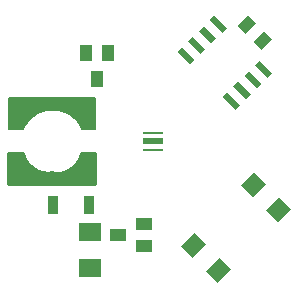
<source format=gtp>
G75*
%MOIN*%
%OFA0B0*%
%FSLAX25Y25*%
%IPPOS*%
%LPD*%
%AMOC8*
5,1,8,0,0,1.08239X$1,22.5*
%
%ADD10R,0.05000X0.05000*%
%ADD11C,0.01200*%
%ADD12C,0.00160*%
%ADD13C,0.00500*%
%ADD14R,0.06693X0.01969*%
%ADD15R,0.06693X0.00984*%
%ADD16R,0.03937X0.05512*%
%ADD17R,0.06299X0.05512*%
%ADD18R,0.05512X0.03937*%
%ADD19R,0.03543X0.06299*%
%ADD20R,0.03543X0.05118*%
%ADD21R,0.02165X0.05906*%
%ADD22R,0.07480X0.06299*%
D10*
X0086061Y0071189D03*
X0086061Y0094811D03*
D11*
X0084093Y0078866D02*
X0088620Y0078866D01*
X0088620Y0068630D01*
X0059880Y0068630D01*
X0059880Y0078866D01*
X0064407Y0078866D01*
X0064770Y0077609D01*
X0065324Y0076424D01*
X0066058Y0075340D01*
X0066951Y0074384D01*
X0067983Y0073580D01*
X0069129Y0072947D01*
X0070359Y0072501D01*
X0071644Y0072253D01*
X0072951Y0072209D01*
X0074250Y0072370D01*
X0075556Y0072162D01*
X0076879Y0072170D01*
X0078182Y0072396D01*
X0079431Y0072832D01*
X0080591Y0073467D01*
X0081631Y0074284D01*
X0082523Y0075261D01*
X0083243Y0076371D01*
X0083771Y0077583D01*
X0084093Y0078866D01*
X0083934Y0078234D02*
X0088620Y0078234D01*
X0088620Y0077036D02*
X0083532Y0077036D01*
X0082897Y0075837D02*
X0088620Y0075837D01*
X0088620Y0074639D02*
X0081955Y0074639D01*
X0080541Y0073440D02*
X0088620Y0073440D01*
X0088620Y0072242D02*
X0077292Y0072242D01*
X0075053Y0072242D02*
X0073218Y0072242D01*
X0071968Y0072242D02*
X0059880Y0072242D01*
X0059880Y0073440D02*
X0068235Y0073440D01*
X0066713Y0074639D02*
X0059880Y0074639D01*
X0059880Y0075837D02*
X0065721Y0075837D01*
X0065038Y0077036D02*
X0059880Y0077036D01*
X0059880Y0078234D02*
X0064589Y0078234D01*
X0059880Y0071043D02*
X0088620Y0071043D01*
X0088620Y0069845D02*
X0059880Y0069845D01*
X0059880Y0068646D02*
X0088620Y0068646D01*
D12*
X0085354Y0087643D02*
X0084027Y0087085D01*
X0083922Y0087323D01*
X0083810Y0087558D01*
X0083694Y0087790D01*
X0083571Y0088019D01*
X0083443Y0088245D01*
X0083309Y0088468D01*
X0083170Y0088688D01*
X0083026Y0088904D01*
X0082876Y0089117D01*
X0082722Y0089326D01*
X0082562Y0089531D01*
X0082397Y0089732D01*
X0082228Y0089929D01*
X0082054Y0090122D01*
X0081875Y0090310D01*
X0081691Y0090494D01*
X0081503Y0090674D01*
X0081311Y0090849D01*
X0081114Y0091019D01*
X0080914Y0091184D01*
X0080709Y0091345D01*
X0080501Y0091500D01*
X0080289Y0091650D01*
X0080073Y0091796D01*
X0079854Y0091935D01*
X0079632Y0092070D01*
X0079406Y0092198D01*
X0079177Y0092322D01*
X0078945Y0092440D01*
X0078711Y0092552D01*
X0078474Y0092658D01*
X0078234Y0092758D01*
X0077992Y0092853D01*
X0077747Y0092942D01*
X0077501Y0093024D01*
X0077253Y0093101D01*
X0077002Y0093171D01*
X0076751Y0093236D01*
X0076497Y0093294D01*
X0076243Y0093346D01*
X0075987Y0093392D01*
X0075730Y0093432D01*
X0075472Y0093465D01*
X0075213Y0093492D01*
X0074954Y0093513D01*
X0074695Y0093527D01*
X0074435Y0093535D01*
X0074175Y0093537D01*
X0073915Y0093532D01*
X0073656Y0093521D01*
X0073396Y0093504D01*
X0073137Y0093480D01*
X0072879Y0093450D01*
X0072622Y0093414D01*
X0072365Y0093372D01*
X0072110Y0093323D01*
X0071856Y0093268D01*
X0071603Y0093207D01*
X0071352Y0093140D01*
X0071103Y0093066D01*
X0070855Y0092987D01*
X0070610Y0092901D01*
X0070367Y0092810D01*
X0070125Y0092713D01*
X0069887Y0092610D01*
X0069651Y0092501D01*
X0069418Y0092386D01*
X0069187Y0092266D01*
X0068960Y0092140D01*
X0068736Y0092008D01*
X0068515Y0091872D01*
X0068297Y0091729D01*
X0068083Y0091582D01*
X0067873Y0091429D01*
X0067666Y0091272D01*
X0067463Y0091109D01*
X0067265Y0090941D01*
X0067070Y0090769D01*
X0066880Y0090592D01*
X0066694Y0090410D01*
X0066512Y0090224D01*
X0066336Y0090033D01*
X0066163Y0089839D01*
X0065996Y0089640D01*
X0065834Y0089437D01*
X0065676Y0089230D01*
X0065524Y0089019D01*
X0065377Y0088805D01*
X0065235Y0088587D01*
X0065099Y0088366D01*
X0064967Y0088142D01*
X0064842Y0087914D01*
X0064722Y0087683D01*
X0064608Y0087450D01*
X0064499Y0087214D01*
X0064396Y0086975D01*
X0063063Y0087518D01*
X0063179Y0087790D01*
X0063302Y0088058D01*
X0063432Y0088323D01*
X0063568Y0088585D01*
X0063710Y0088844D01*
X0063859Y0089099D01*
X0064014Y0089351D01*
X0064175Y0089598D01*
X0064342Y0089842D01*
X0064515Y0090081D01*
X0064693Y0090316D01*
X0064878Y0090547D01*
X0065068Y0090773D01*
X0065263Y0090994D01*
X0065464Y0091211D01*
X0065670Y0091422D01*
X0065881Y0091629D01*
X0066097Y0091830D01*
X0066318Y0092026D01*
X0066543Y0092217D01*
X0066773Y0092402D01*
X0067008Y0092581D01*
X0067247Y0092754D01*
X0067490Y0092922D01*
X0067737Y0093084D01*
X0067988Y0093239D01*
X0068243Y0093389D01*
X0068501Y0093532D01*
X0068763Y0093669D01*
X0069028Y0093799D01*
X0069296Y0093923D01*
X0069567Y0094040D01*
X0069841Y0094151D01*
X0070117Y0094255D01*
X0070396Y0094352D01*
X0070677Y0094442D01*
X0070960Y0094525D01*
X0071245Y0094602D01*
X0071532Y0094671D01*
X0071821Y0094734D01*
X0072111Y0094789D01*
X0072402Y0094837D01*
X0072695Y0094879D01*
X0072988Y0094913D01*
X0073282Y0094939D01*
X0073577Y0094959D01*
X0073872Y0094972D01*
X0074167Y0094977D01*
X0074462Y0094975D01*
X0074757Y0094966D01*
X0075052Y0094949D01*
X0075347Y0094926D01*
X0075640Y0094895D01*
X0075933Y0094857D01*
X0076225Y0094812D01*
X0076516Y0094760D01*
X0076805Y0094701D01*
X0077093Y0094635D01*
X0077379Y0094561D01*
X0077663Y0094481D01*
X0077945Y0094394D01*
X0078225Y0094300D01*
X0078502Y0094199D01*
X0078777Y0094092D01*
X0079050Y0093978D01*
X0079319Y0093857D01*
X0079586Y0093729D01*
X0079849Y0093596D01*
X0080109Y0093455D01*
X0080365Y0093309D01*
X0080618Y0093156D01*
X0080867Y0092997D01*
X0081112Y0092832D01*
X0081352Y0092662D01*
X0081589Y0092485D01*
X0081821Y0092303D01*
X0082049Y0092115D01*
X0082272Y0091921D01*
X0082490Y0091722D01*
X0082704Y0091518D01*
X0082912Y0091309D01*
X0083115Y0091095D01*
X0083313Y0090875D01*
X0083505Y0090651D01*
X0083692Y0090423D01*
X0083874Y0090190D01*
X0084049Y0089952D01*
X0084219Y0089711D01*
X0084383Y0089465D01*
X0084540Y0089215D01*
X0084692Y0088962D01*
X0084837Y0088705D01*
X0084976Y0088444D01*
X0085109Y0088181D01*
X0085235Y0087914D01*
X0085355Y0087644D01*
X0085215Y0087585D01*
X0085097Y0087852D01*
X0084973Y0088115D01*
X0084842Y0088376D01*
X0084704Y0088633D01*
X0084561Y0088887D01*
X0084411Y0089137D01*
X0084256Y0089384D01*
X0084094Y0089626D01*
X0083926Y0089865D01*
X0083753Y0090099D01*
X0083574Y0090329D01*
X0083389Y0090555D01*
X0083199Y0090776D01*
X0083004Y0090993D01*
X0082803Y0091204D01*
X0082598Y0091411D01*
X0082387Y0091612D01*
X0082171Y0091809D01*
X0081951Y0092000D01*
X0081726Y0092185D01*
X0081497Y0092365D01*
X0081263Y0092540D01*
X0081025Y0092708D01*
X0080783Y0092871D01*
X0080538Y0093028D01*
X0080288Y0093179D01*
X0080035Y0093324D01*
X0079778Y0093462D01*
X0079518Y0093594D01*
X0079255Y0093720D01*
X0078989Y0093839D01*
X0078720Y0093952D01*
X0078449Y0094058D01*
X0078175Y0094158D01*
X0077898Y0094250D01*
X0077620Y0094336D01*
X0077339Y0094416D01*
X0077057Y0094488D01*
X0076773Y0094553D01*
X0076487Y0094612D01*
X0076200Y0094663D01*
X0075912Y0094708D01*
X0075623Y0094745D01*
X0075333Y0094775D01*
X0075042Y0094799D01*
X0074751Y0094815D01*
X0074459Y0094824D01*
X0074168Y0094826D01*
X0073876Y0094821D01*
X0073585Y0094808D01*
X0073294Y0094789D01*
X0073004Y0094762D01*
X0072714Y0094729D01*
X0072425Y0094688D01*
X0072138Y0094640D01*
X0071851Y0094586D01*
X0071566Y0094524D01*
X0071283Y0094456D01*
X0071001Y0094380D01*
X0070722Y0094298D01*
X0070444Y0094209D01*
X0070169Y0094113D01*
X0069896Y0094010D01*
X0069625Y0093901D01*
X0069358Y0093785D01*
X0069093Y0093663D01*
X0068832Y0093534D01*
X0068573Y0093399D01*
X0068318Y0093258D01*
X0068067Y0093110D01*
X0067819Y0092957D01*
X0067575Y0092797D01*
X0067335Y0092632D01*
X0067099Y0092460D01*
X0066867Y0092283D01*
X0066640Y0092101D01*
X0066417Y0091912D01*
X0066199Y0091719D01*
X0065986Y0091520D01*
X0065777Y0091316D01*
X0065574Y0091107D01*
X0065376Y0090894D01*
X0065183Y0090675D01*
X0064995Y0090452D01*
X0064813Y0090224D01*
X0064637Y0089992D01*
X0064466Y0089755D01*
X0064301Y0089515D01*
X0064142Y0089271D01*
X0063989Y0089022D01*
X0063842Y0088770D01*
X0063702Y0088515D01*
X0063567Y0088256D01*
X0063439Y0087994D01*
X0063318Y0087729D01*
X0063202Y0087461D01*
X0063342Y0087404D01*
X0063456Y0087669D01*
X0063576Y0087931D01*
X0063702Y0088189D01*
X0063835Y0088445D01*
X0063974Y0088697D01*
X0064119Y0088945D01*
X0064270Y0089190D01*
X0064427Y0089432D01*
X0064590Y0089669D01*
X0064758Y0089903D01*
X0064933Y0090132D01*
X0065112Y0090357D01*
X0065298Y0090577D01*
X0065488Y0090793D01*
X0065684Y0091004D01*
X0065885Y0091210D01*
X0066090Y0091411D01*
X0066301Y0091608D01*
X0066516Y0091799D01*
X0066736Y0091984D01*
X0066961Y0092165D01*
X0067189Y0092339D01*
X0067422Y0092509D01*
X0067659Y0092672D01*
X0067900Y0092830D01*
X0068145Y0092981D01*
X0068393Y0093127D01*
X0068645Y0093266D01*
X0068900Y0093400D01*
X0069158Y0093527D01*
X0069420Y0093647D01*
X0069684Y0093762D01*
X0069951Y0093869D01*
X0070220Y0093971D01*
X0070492Y0094065D01*
X0070766Y0094153D01*
X0071042Y0094235D01*
X0071321Y0094309D01*
X0071600Y0094377D01*
X0071882Y0094438D01*
X0072164Y0094492D01*
X0072448Y0094539D01*
X0072733Y0094579D01*
X0073019Y0094612D01*
X0073306Y0094638D01*
X0073593Y0094658D01*
X0073881Y0094670D01*
X0074169Y0094675D01*
X0074457Y0094673D01*
X0074744Y0094664D01*
X0075032Y0094648D01*
X0075319Y0094625D01*
X0075605Y0094595D01*
X0075890Y0094558D01*
X0076175Y0094514D01*
X0076458Y0094464D01*
X0076740Y0094406D01*
X0077021Y0094341D01*
X0077300Y0094270D01*
X0077577Y0094192D01*
X0077852Y0094107D01*
X0078125Y0094015D01*
X0078395Y0093917D01*
X0078663Y0093812D01*
X0078929Y0093701D01*
X0079192Y0093583D01*
X0079451Y0093459D01*
X0079708Y0093328D01*
X0079961Y0093192D01*
X0080211Y0093049D01*
X0080458Y0092900D01*
X0080700Y0092745D01*
X0080939Y0092585D01*
X0081174Y0092418D01*
X0081405Y0092246D01*
X0081631Y0092068D01*
X0081853Y0091885D01*
X0082071Y0091696D01*
X0082283Y0091502D01*
X0082491Y0091303D01*
X0082694Y0091099D01*
X0082893Y0090891D01*
X0083085Y0090677D01*
X0083273Y0090459D01*
X0083455Y0090236D01*
X0083632Y0090009D01*
X0083803Y0089777D01*
X0083969Y0089542D01*
X0084128Y0089302D01*
X0084282Y0089059D01*
X0084430Y0088812D01*
X0084572Y0088561D01*
X0084707Y0088307D01*
X0084837Y0088050D01*
X0084960Y0087790D01*
X0085076Y0087527D01*
X0084937Y0087468D01*
X0084822Y0087728D01*
X0084700Y0087985D01*
X0084573Y0088239D01*
X0084439Y0088489D01*
X0084299Y0088737D01*
X0084153Y0088980D01*
X0084001Y0089221D01*
X0083844Y0089457D01*
X0083680Y0089690D01*
X0083511Y0089918D01*
X0083337Y0090142D01*
X0083157Y0090362D01*
X0082972Y0090578D01*
X0082781Y0090789D01*
X0082586Y0090995D01*
X0082385Y0091196D01*
X0082180Y0091392D01*
X0081970Y0091584D01*
X0081755Y0091770D01*
X0081536Y0091951D01*
X0081312Y0092126D01*
X0081085Y0092296D01*
X0080853Y0092461D01*
X0080617Y0092619D01*
X0080377Y0092772D01*
X0080134Y0092919D01*
X0079888Y0093060D01*
X0079637Y0093195D01*
X0079384Y0093324D01*
X0079128Y0093446D01*
X0078868Y0093562D01*
X0078606Y0093672D01*
X0078342Y0093776D01*
X0078075Y0093873D01*
X0077805Y0093963D01*
X0077534Y0094047D01*
X0077260Y0094124D01*
X0076985Y0094195D01*
X0076708Y0094258D01*
X0076430Y0094315D01*
X0076150Y0094365D01*
X0075869Y0094409D01*
X0075587Y0094445D01*
X0075305Y0094475D01*
X0075021Y0094497D01*
X0074738Y0094513D01*
X0074454Y0094522D01*
X0074170Y0094524D01*
X0073885Y0094519D01*
X0073602Y0094507D01*
X0073318Y0094488D01*
X0073035Y0094462D01*
X0072753Y0094429D01*
X0072471Y0094390D01*
X0072191Y0094343D01*
X0071912Y0094290D01*
X0071634Y0094230D01*
X0071358Y0094163D01*
X0071084Y0094089D01*
X0070811Y0094009D01*
X0070540Y0093922D01*
X0070272Y0093829D01*
X0070006Y0093729D01*
X0069743Y0093622D01*
X0069482Y0093510D01*
X0069224Y0093391D01*
X0068969Y0093265D01*
X0068717Y0093134D01*
X0068468Y0092996D01*
X0068223Y0092852D01*
X0067982Y0092702D01*
X0067744Y0092547D01*
X0067510Y0092386D01*
X0067280Y0092219D01*
X0067054Y0092046D01*
X0066833Y0091868D01*
X0066616Y0091685D01*
X0066403Y0091496D01*
X0066195Y0091303D01*
X0065992Y0091104D01*
X0065794Y0090900D01*
X0065600Y0090692D01*
X0065412Y0090479D01*
X0065230Y0090261D01*
X0065052Y0090040D01*
X0064880Y0089813D01*
X0064714Y0089583D01*
X0064553Y0089349D01*
X0064398Y0089110D01*
X0064249Y0088869D01*
X0064106Y0088623D01*
X0063969Y0088374D01*
X0063838Y0088122D01*
X0063713Y0087867D01*
X0063594Y0087609D01*
X0063482Y0087347D01*
X0063622Y0087290D01*
X0063733Y0087548D01*
X0063850Y0087803D01*
X0063973Y0088055D01*
X0064102Y0088304D01*
X0064238Y0088549D01*
X0064379Y0088792D01*
X0064526Y0089030D01*
X0064679Y0089265D01*
X0064838Y0089497D01*
X0065002Y0089724D01*
X0065172Y0089947D01*
X0065347Y0090166D01*
X0065527Y0090381D01*
X0065713Y0090591D01*
X0065904Y0090797D01*
X0066099Y0090998D01*
X0066300Y0091194D01*
X0066505Y0091385D01*
X0066715Y0091571D01*
X0066929Y0091752D01*
X0067148Y0091928D01*
X0067371Y0092098D01*
X0067598Y0092263D01*
X0067829Y0092422D01*
X0068063Y0092575D01*
X0068302Y0092723D01*
X0068544Y0092865D01*
X0068789Y0093001D01*
X0069038Y0093131D01*
X0069289Y0093254D01*
X0069544Y0093372D01*
X0069801Y0093483D01*
X0070061Y0093588D01*
X0070324Y0093687D01*
X0070589Y0093779D01*
X0070856Y0093865D01*
X0071125Y0093944D01*
X0071396Y0094017D01*
X0071668Y0094083D01*
X0071942Y0094142D01*
X0072218Y0094195D01*
X0072494Y0094240D01*
X0072772Y0094280D01*
X0073051Y0094312D01*
X0073330Y0094337D01*
X0073610Y0094356D01*
X0073890Y0094368D01*
X0074170Y0094373D01*
X0074451Y0094371D01*
X0074731Y0094362D01*
X0075011Y0094347D01*
X0075291Y0094324D01*
X0075570Y0094295D01*
X0075848Y0094259D01*
X0076125Y0094217D01*
X0076401Y0094167D01*
X0076676Y0094111D01*
X0076949Y0094048D01*
X0077221Y0093978D01*
X0077491Y0093902D01*
X0077759Y0093819D01*
X0078025Y0093730D01*
X0078288Y0093635D01*
X0078549Y0093532D01*
X0078808Y0093424D01*
X0079064Y0093309D01*
X0079317Y0093188D01*
X0079567Y0093061D01*
X0079814Y0092928D01*
X0080057Y0092789D01*
X0080297Y0092644D01*
X0080534Y0092493D01*
X0080767Y0092337D01*
X0080995Y0092174D01*
X0081220Y0092007D01*
X0081441Y0091834D01*
X0081657Y0091655D01*
X0081869Y0091471D01*
X0082076Y0091283D01*
X0082279Y0091089D01*
X0082477Y0090890D01*
X0082670Y0090687D01*
X0082858Y0090478D01*
X0083041Y0090266D01*
X0083218Y0090049D01*
X0083391Y0089827D01*
X0083557Y0089602D01*
X0083719Y0089372D01*
X0083874Y0089139D01*
X0084024Y0088902D01*
X0084168Y0088661D01*
X0084306Y0088417D01*
X0084438Y0088170D01*
X0084564Y0087919D01*
X0084684Y0087666D01*
X0084798Y0087409D01*
X0084659Y0087351D01*
X0084546Y0087604D01*
X0084428Y0087854D01*
X0084304Y0088101D01*
X0084173Y0088345D01*
X0084037Y0088586D01*
X0083895Y0088824D01*
X0083747Y0089058D01*
X0083593Y0089288D01*
X0083434Y0089514D01*
X0083270Y0089737D01*
X0083100Y0089955D01*
X0082924Y0090169D01*
X0082744Y0090379D01*
X0082559Y0090585D01*
X0082368Y0090785D01*
X0082173Y0090981D01*
X0081973Y0091173D01*
X0081768Y0091359D01*
X0081559Y0091540D01*
X0081346Y0091716D01*
X0081128Y0091887D01*
X0080906Y0092053D01*
X0080680Y0092213D01*
X0080451Y0092367D01*
X0080217Y0092516D01*
X0079980Y0092659D01*
X0079740Y0092796D01*
X0079497Y0092928D01*
X0079250Y0093053D01*
X0079000Y0093172D01*
X0078748Y0093286D01*
X0078492Y0093393D01*
X0078235Y0093493D01*
X0077975Y0093588D01*
X0077712Y0093676D01*
X0077448Y0093757D01*
X0077181Y0093833D01*
X0076913Y0093901D01*
X0076644Y0093963D01*
X0076372Y0094019D01*
X0076100Y0094068D01*
X0075827Y0094110D01*
X0075552Y0094145D01*
X0075277Y0094174D01*
X0075001Y0094196D01*
X0074725Y0094211D01*
X0074448Y0094220D01*
X0074171Y0094222D01*
X0073895Y0094217D01*
X0073618Y0094205D01*
X0073342Y0094187D01*
X0073066Y0094162D01*
X0072791Y0094130D01*
X0072517Y0094091D01*
X0072244Y0094046D01*
X0071973Y0093994D01*
X0071702Y0093936D01*
X0071433Y0093870D01*
X0071166Y0093799D01*
X0070900Y0093721D01*
X0070637Y0093636D01*
X0070375Y0093545D01*
X0070116Y0093448D01*
X0069860Y0093344D01*
X0069606Y0093234D01*
X0069355Y0093118D01*
X0069106Y0092996D01*
X0068861Y0092868D01*
X0068619Y0092734D01*
X0068380Y0092594D01*
X0068145Y0092448D01*
X0067913Y0092297D01*
X0067685Y0092140D01*
X0067461Y0091977D01*
X0067241Y0091809D01*
X0067026Y0091636D01*
X0066814Y0091457D01*
X0066607Y0091274D01*
X0066405Y0091085D01*
X0066207Y0090892D01*
X0066014Y0090693D01*
X0065825Y0090491D01*
X0065642Y0090283D01*
X0065464Y0090071D01*
X0065291Y0089855D01*
X0065124Y0089635D01*
X0064962Y0089410D01*
X0064805Y0089182D01*
X0064654Y0088950D01*
X0064509Y0088715D01*
X0064369Y0088476D01*
X0064236Y0088233D01*
X0064108Y0087988D01*
X0063987Y0087739D01*
X0063871Y0087488D01*
X0063762Y0087234D01*
X0063902Y0087177D01*
X0064010Y0087427D01*
X0064124Y0087675D01*
X0064244Y0087921D01*
X0064369Y0088163D01*
X0064501Y0088402D01*
X0064639Y0088638D01*
X0064782Y0088870D01*
X0064931Y0089099D01*
X0065086Y0089324D01*
X0065246Y0089546D01*
X0065411Y0089763D01*
X0065581Y0089976D01*
X0065757Y0090185D01*
X0065938Y0090390D01*
X0066124Y0090590D01*
X0066314Y0090786D01*
X0066509Y0090976D01*
X0066709Y0091162D01*
X0066913Y0091344D01*
X0067122Y0091520D01*
X0067335Y0091691D01*
X0067552Y0091856D01*
X0067773Y0092017D01*
X0067998Y0092172D01*
X0068226Y0092321D01*
X0068458Y0092465D01*
X0068694Y0092603D01*
X0068933Y0092735D01*
X0069175Y0092862D01*
X0069420Y0092982D01*
X0069668Y0093097D01*
X0069918Y0093205D01*
X0070172Y0093307D01*
X0070427Y0093403D01*
X0070685Y0093493D01*
X0070945Y0093576D01*
X0071207Y0093654D01*
X0071471Y0093724D01*
X0071736Y0093788D01*
X0072003Y0093846D01*
X0072271Y0093897D01*
X0072540Y0093942D01*
X0072811Y0093980D01*
X0073082Y0094011D01*
X0073354Y0094036D01*
X0073626Y0094054D01*
X0073899Y0094066D01*
X0074172Y0094071D01*
X0074445Y0094069D01*
X0074718Y0094061D01*
X0074991Y0094045D01*
X0075263Y0094024D01*
X0075534Y0093995D01*
X0075805Y0093960D01*
X0076075Y0093919D01*
X0076344Y0093871D01*
X0076611Y0093816D01*
X0076877Y0093755D01*
X0077142Y0093687D01*
X0077405Y0093613D01*
X0077666Y0093532D01*
X0077924Y0093445D01*
X0078181Y0093352D01*
X0078435Y0093253D01*
X0078687Y0093147D01*
X0078936Y0093036D01*
X0079183Y0092918D01*
X0079426Y0092794D01*
X0079666Y0092665D01*
X0079904Y0092529D01*
X0080137Y0092388D01*
X0080367Y0092241D01*
X0080594Y0092089D01*
X0080817Y0091931D01*
X0081036Y0091768D01*
X0081250Y0091599D01*
X0081461Y0091425D01*
X0081667Y0091247D01*
X0081869Y0091063D01*
X0082067Y0090874D01*
X0082259Y0090681D01*
X0082447Y0090482D01*
X0082630Y0090280D01*
X0082808Y0090073D01*
X0082981Y0089862D01*
X0083149Y0089646D01*
X0083311Y0089427D01*
X0083468Y0089203D01*
X0083620Y0088976D01*
X0083766Y0088745D01*
X0083906Y0088511D01*
X0084041Y0088273D01*
X0084169Y0088033D01*
X0084292Y0087789D01*
X0084409Y0087542D01*
X0084519Y0087292D01*
X0084380Y0087234D01*
X0084271Y0087480D01*
X0084156Y0087723D01*
X0084035Y0087964D01*
X0083908Y0088202D01*
X0083775Y0088436D01*
X0083637Y0088667D01*
X0083493Y0088895D01*
X0083343Y0089119D01*
X0083188Y0089339D01*
X0083028Y0089556D01*
X0082863Y0089768D01*
X0082692Y0089976D01*
X0082516Y0090181D01*
X0082336Y0090380D01*
X0082151Y0090576D01*
X0081960Y0090767D01*
X0081766Y0090953D01*
X0081567Y0091134D01*
X0081363Y0091310D01*
X0081155Y0091482D01*
X0080943Y0091648D01*
X0080727Y0091809D01*
X0080508Y0091965D01*
X0080284Y0092115D01*
X0080057Y0092260D01*
X0079827Y0092399D01*
X0079593Y0092533D01*
X0079356Y0092661D01*
X0079116Y0092783D01*
X0078873Y0092899D01*
X0078627Y0093009D01*
X0078378Y0093113D01*
X0078128Y0093211D01*
X0077874Y0093303D01*
X0077619Y0093389D01*
X0077362Y0093468D01*
X0077102Y0093541D01*
X0076842Y0093608D01*
X0076579Y0093668D01*
X0076315Y0093722D01*
X0076050Y0093770D01*
X0075784Y0093811D01*
X0075517Y0093845D01*
X0075249Y0093873D01*
X0074980Y0093895D01*
X0074712Y0093910D01*
X0074442Y0093918D01*
X0074173Y0093920D01*
X0073904Y0093915D01*
X0073635Y0093904D01*
X0073366Y0093886D01*
X0073098Y0093861D01*
X0072830Y0093830D01*
X0072563Y0093793D01*
X0072298Y0093749D01*
X0072033Y0093698D01*
X0071770Y0093641D01*
X0071508Y0093578D01*
X0071248Y0093508D01*
X0070990Y0093432D01*
X0070733Y0093350D01*
X0070479Y0093261D01*
X0070227Y0093167D01*
X0069977Y0093066D01*
X0069730Y0092959D01*
X0069485Y0092846D01*
X0069243Y0092727D01*
X0069005Y0092602D01*
X0068769Y0092472D01*
X0068537Y0092336D01*
X0068308Y0092194D01*
X0068082Y0092047D01*
X0067861Y0091894D01*
X0067643Y0091736D01*
X0067429Y0091572D01*
X0067219Y0091404D01*
X0067013Y0091230D01*
X0066811Y0091051D01*
X0066614Y0090868D01*
X0066421Y0090679D01*
X0066234Y0090486D01*
X0066050Y0090289D01*
X0065872Y0090087D01*
X0065699Y0089881D01*
X0065530Y0089671D01*
X0065367Y0089456D01*
X0065210Y0089238D01*
X0065057Y0089016D01*
X0064910Y0088790D01*
X0064769Y0088561D01*
X0064633Y0088328D01*
X0064503Y0088093D01*
X0064379Y0087854D01*
X0064260Y0087612D01*
X0064148Y0087367D01*
X0064041Y0087120D01*
X0064181Y0087063D01*
X0064286Y0087307D01*
X0064397Y0087548D01*
X0064514Y0087786D01*
X0064637Y0088022D01*
X0064765Y0088255D01*
X0064899Y0088484D01*
X0065038Y0088710D01*
X0065183Y0088933D01*
X0065334Y0089152D01*
X0065489Y0089367D01*
X0065650Y0089578D01*
X0065816Y0089786D01*
X0065987Y0089989D01*
X0066163Y0090188D01*
X0066343Y0090383D01*
X0066529Y0090573D01*
X0066719Y0090759D01*
X0066913Y0090940D01*
X0067112Y0091116D01*
X0067315Y0091287D01*
X0067522Y0091454D01*
X0067733Y0091615D01*
X0067948Y0091771D01*
X0068167Y0091922D01*
X0068389Y0092067D01*
X0068615Y0092207D01*
X0068844Y0092341D01*
X0069077Y0092470D01*
X0069312Y0092593D01*
X0069551Y0092710D01*
X0069792Y0092821D01*
X0070035Y0092927D01*
X0070282Y0093026D01*
X0070530Y0093119D01*
X0070781Y0093207D01*
X0071034Y0093288D01*
X0071289Y0093363D01*
X0071546Y0093432D01*
X0071804Y0093494D01*
X0072063Y0093550D01*
X0072324Y0093600D01*
X0072586Y0093643D01*
X0072849Y0093680D01*
X0073113Y0093711D01*
X0073378Y0093735D01*
X0073643Y0093753D01*
X0073908Y0093764D01*
X0074174Y0093769D01*
X0074439Y0093767D01*
X0074705Y0093759D01*
X0074970Y0093744D01*
X0075235Y0093723D01*
X0075499Y0093695D01*
X0075763Y0093661D01*
X0076025Y0093621D01*
X0076287Y0093574D01*
X0076547Y0093521D01*
X0076806Y0093461D01*
X0077063Y0093395D01*
X0077319Y0093323D01*
X0077572Y0093245D01*
X0077824Y0093160D01*
X0078074Y0093070D01*
X0078321Y0092973D01*
X0078566Y0092870D01*
X0078809Y0092762D01*
X0079048Y0092647D01*
X0079285Y0092527D01*
X0079519Y0092401D01*
X0079750Y0092269D01*
X0079977Y0092132D01*
X0080201Y0091989D01*
X0080421Y0091841D01*
X0080638Y0091687D01*
X0080851Y0091529D01*
X0081060Y0091365D01*
X0081265Y0091196D01*
X0081466Y0091022D01*
X0081662Y0090843D01*
X0081854Y0090659D01*
X0082042Y0090471D01*
X0082225Y0090278D01*
X0082403Y0090081D01*
X0082576Y0089880D01*
X0082744Y0089674D01*
X0082907Y0089465D01*
X0083065Y0089251D01*
X0083218Y0089034D01*
X0083366Y0088813D01*
X0083508Y0088589D01*
X0083644Y0088361D01*
X0083775Y0088130D01*
X0083900Y0087895D01*
X0084020Y0087658D01*
X0084133Y0087418D01*
X0084241Y0087175D01*
X0084102Y0087117D01*
X0083996Y0087356D01*
X0083884Y0087593D01*
X0083766Y0087827D01*
X0083642Y0088058D01*
X0083513Y0088286D01*
X0083379Y0088510D01*
X0083238Y0088732D01*
X0083093Y0088950D01*
X0082942Y0089164D01*
X0082787Y0089374D01*
X0082626Y0089581D01*
X0082460Y0089784D01*
X0082289Y0089982D01*
X0082113Y0090176D01*
X0081933Y0090366D01*
X0081748Y0090552D01*
X0081559Y0090733D01*
X0081365Y0090909D01*
X0081167Y0091081D01*
X0080965Y0091247D01*
X0080759Y0091409D01*
X0080549Y0091566D01*
X0080335Y0091717D01*
X0080118Y0091863D01*
X0079897Y0092004D01*
X0079673Y0092139D01*
X0079445Y0092269D01*
X0079215Y0092393D01*
X0078981Y0092512D01*
X0078745Y0092625D01*
X0078506Y0092732D01*
X0078264Y0092833D01*
X0078020Y0092929D01*
X0077774Y0093018D01*
X0077526Y0093101D01*
X0077276Y0093179D01*
X0077024Y0093250D01*
X0076770Y0093315D01*
X0076515Y0093373D01*
X0076258Y0093426D01*
X0076000Y0093472D01*
X0075741Y0093512D01*
X0075481Y0093545D01*
X0075221Y0093573D01*
X0074960Y0093594D01*
X0074698Y0093608D01*
X0074437Y0093616D01*
X0074175Y0093618D01*
X0073913Y0093613D01*
X0073651Y0093602D01*
X0073390Y0093585D01*
X0073129Y0093561D01*
X0072869Y0093531D01*
X0072609Y0093494D01*
X0072351Y0093451D01*
X0072094Y0093402D01*
X0071838Y0093347D01*
X0071583Y0093285D01*
X0071330Y0093218D01*
X0071079Y0093144D01*
X0070829Y0093064D01*
X0070582Y0092978D01*
X0070337Y0092885D01*
X0070094Y0092787D01*
X0069854Y0092683D01*
X0069616Y0092574D01*
X0069381Y0092458D01*
X0069149Y0092337D01*
X0068919Y0092210D01*
X0068694Y0092078D01*
X0068471Y0091940D01*
X0068252Y0091796D01*
X0068036Y0091648D01*
X0067824Y0091494D01*
X0067616Y0091335D01*
X0067411Y0091171D01*
X0067211Y0091002D01*
X0067015Y0090829D01*
X0066824Y0090650D01*
X0066636Y0090467D01*
X0066453Y0090279D01*
X0066275Y0090087D01*
X0066102Y0089891D01*
X0065933Y0089691D01*
X0065770Y0089486D01*
X0065611Y0089278D01*
X0065458Y0089066D01*
X0065309Y0088850D01*
X0065166Y0088630D01*
X0065029Y0088407D01*
X0064897Y0088181D01*
X0064770Y0087952D01*
X0064649Y0087719D01*
X0064534Y0087484D01*
X0064425Y0087246D01*
X0064321Y0087006D01*
X0063146Y0078357D02*
X0064473Y0078915D01*
X0064578Y0078677D01*
X0064690Y0078442D01*
X0064806Y0078210D01*
X0064929Y0077981D01*
X0065057Y0077755D01*
X0065191Y0077532D01*
X0065330Y0077312D01*
X0065474Y0077096D01*
X0065624Y0076883D01*
X0065778Y0076674D01*
X0065938Y0076469D01*
X0066103Y0076268D01*
X0066272Y0076071D01*
X0066446Y0075878D01*
X0066625Y0075690D01*
X0066809Y0075506D01*
X0066997Y0075326D01*
X0067189Y0075151D01*
X0067386Y0074981D01*
X0067586Y0074816D01*
X0067791Y0074655D01*
X0067999Y0074500D01*
X0068211Y0074350D01*
X0068427Y0074204D01*
X0068646Y0074065D01*
X0068868Y0073930D01*
X0069094Y0073802D01*
X0069323Y0073678D01*
X0069555Y0073560D01*
X0069789Y0073448D01*
X0070026Y0073342D01*
X0070266Y0073242D01*
X0070508Y0073147D01*
X0070753Y0073058D01*
X0070999Y0072976D01*
X0071247Y0072899D01*
X0071498Y0072829D01*
X0071749Y0072764D01*
X0072003Y0072706D01*
X0072257Y0072654D01*
X0072513Y0072608D01*
X0072770Y0072568D01*
X0073028Y0072535D01*
X0073287Y0072508D01*
X0073546Y0072487D01*
X0073805Y0072473D01*
X0074065Y0072465D01*
X0074325Y0072463D01*
X0074585Y0072468D01*
X0074844Y0072479D01*
X0075104Y0072496D01*
X0075363Y0072520D01*
X0075621Y0072550D01*
X0075878Y0072586D01*
X0076135Y0072628D01*
X0076390Y0072677D01*
X0076644Y0072732D01*
X0076897Y0072793D01*
X0077148Y0072860D01*
X0077397Y0072934D01*
X0077645Y0073013D01*
X0077890Y0073099D01*
X0078133Y0073190D01*
X0078375Y0073287D01*
X0078613Y0073390D01*
X0078849Y0073499D01*
X0079082Y0073614D01*
X0079313Y0073734D01*
X0079540Y0073860D01*
X0079764Y0073992D01*
X0079985Y0074128D01*
X0080203Y0074271D01*
X0080417Y0074418D01*
X0080627Y0074571D01*
X0080834Y0074728D01*
X0081037Y0074891D01*
X0081235Y0075059D01*
X0081430Y0075231D01*
X0081620Y0075408D01*
X0081806Y0075590D01*
X0081988Y0075776D01*
X0082164Y0075967D01*
X0082337Y0076161D01*
X0082504Y0076360D01*
X0082666Y0076563D01*
X0082824Y0076770D01*
X0082976Y0076981D01*
X0083123Y0077195D01*
X0083265Y0077413D01*
X0083401Y0077634D01*
X0083533Y0077858D01*
X0083658Y0078086D01*
X0083778Y0078317D01*
X0083892Y0078550D01*
X0084001Y0078786D01*
X0084104Y0079025D01*
X0085437Y0078482D01*
X0085321Y0078210D01*
X0085198Y0077942D01*
X0085068Y0077677D01*
X0084932Y0077415D01*
X0084790Y0077156D01*
X0084641Y0076901D01*
X0084486Y0076649D01*
X0084325Y0076402D01*
X0084158Y0076158D01*
X0083985Y0075919D01*
X0083807Y0075684D01*
X0083622Y0075453D01*
X0083432Y0075227D01*
X0083237Y0075006D01*
X0083036Y0074789D01*
X0082830Y0074578D01*
X0082619Y0074371D01*
X0082403Y0074170D01*
X0082182Y0073974D01*
X0081957Y0073783D01*
X0081727Y0073598D01*
X0081492Y0073419D01*
X0081253Y0073246D01*
X0081010Y0073078D01*
X0080763Y0072916D01*
X0080512Y0072761D01*
X0080257Y0072611D01*
X0079999Y0072468D01*
X0079737Y0072331D01*
X0079472Y0072201D01*
X0079204Y0072077D01*
X0078933Y0071960D01*
X0078659Y0071849D01*
X0078383Y0071745D01*
X0078104Y0071648D01*
X0077823Y0071558D01*
X0077540Y0071475D01*
X0077255Y0071398D01*
X0076968Y0071329D01*
X0076679Y0071266D01*
X0076389Y0071211D01*
X0076098Y0071163D01*
X0075805Y0071121D01*
X0075512Y0071087D01*
X0075218Y0071061D01*
X0074923Y0071041D01*
X0074628Y0071028D01*
X0074333Y0071023D01*
X0074038Y0071025D01*
X0073743Y0071034D01*
X0073448Y0071051D01*
X0073153Y0071074D01*
X0072860Y0071105D01*
X0072567Y0071143D01*
X0072275Y0071188D01*
X0071984Y0071240D01*
X0071695Y0071299D01*
X0071407Y0071365D01*
X0071121Y0071439D01*
X0070837Y0071519D01*
X0070555Y0071606D01*
X0070275Y0071700D01*
X0069998Y0071801D01*
X0069723Y0071908D01*
X0069450Y0072022D01*
X0069181Y0072143D01*
X0068914Y0072271D01*
X0068651Y0072404D01*
X0068391Y0072545D01*
X0068135Y0072691D01*
X0067882Y0072844D01*
X0067633Y0073003D01*
X0067388Y0073168D01*
X0067148Y0073338D01*
X0066911Y0073515D01*
X0066679Y0073697D01*
X0066451Y0073885D01*
X0066228Y0074079D01*
X0066010Y0074278D01*
X0065796Y0074482D01*
X0065588Y0074691D01*
X0065385Y0074905D01*
X0065187Y0075125D01*
X0064995Y0075349D01*
X0064808Y0075577D01*
X0064626Y0075810D01*
X0064451Y0076048D01*
X0064281Y0076289D01*
X0064117Y0076535D01*
X0063960Y0076785D01*
X0063808Y0077038D01*
X0063663Y0077295D01*
X0063524Y0077556D01*
X0063391Y0077819D01*
X0063265Y0078086D01*
X0063145Y0078356D01*
X0063285Y0078415D01*
X0063403Y0078148D01*
X0063527Y0077885D01*
X0063658Y0077624D01*
X0063796Y0077367D01*
X0063939Y0077113D01*
X0064089Y0076863D01*
X0064244Y0076616D01*
X0064406Y0076374D01*
X0064574Y0076135D01*
X0064747Y0075901D01*
X0064926Y0075671D01*
X0065111Y0075445D01*
X0065301Y0075224D01*
X0065496Y0075007D01*
X0065697Y0074796D01*
X0065902Y0074589D01*
X0066113Y0074388D01*
X0066329Y0074191D01*
X0066549Y0074000D01*
X0066774Y0073815D01*
X0067003Y0073635D01*
X0067237Y0073460D01*
X0067475Y0073292D01*
X0067717Y0073129D01*
X0067962Y0072972D01*
X0068212Y0072821D01*
X0068465Y0072676D01*
X0068722Y0072538D01*
X0068982Y0072406D01*
X0069245Y0072280D01*
X0069511Y0072161D01*
X0069780Y0072048D01*
X0070051Y0071942D01*
X0070325Y0071842D01*
X0070602Y0071750D01*
X0070880Y0071664D01*
X0071161Y0071584D01*
X0071443Y0071512D01*
X0071727Y0071447D01*
X0072013Y0071388D01*
X0072300Y0071337D01*
X0072588Y0071292D01*
X0072877Y0071255D01*
X0073167Y0071225D01*
X0073458Y0071201D01*
X0073749Y0071185D01*
X0074041Y0071176D01*
X0074332Y0071174D01*
X0074624Y0071179D01*
X0074915Y0071192D01*
X0075206Y0071211D01*
X0075496Y0071238D01*
X0075786Y0071271D01*
X0076075Y0071312D01*
X0076362Y0071360D01*
X0076649Y0071414D01*
X0076934Y0071476D01*
X0077217Y0071544D01*
X0077499Y0071620D01*
X0077778Y0071702D01*
X0078056Y0071791D01*
X0078331Y0071887D01*
X0078604Y0071990D01*
X0078875Y0072099D01*
X0079142Y0072215D01*
X0079407Y0072337D01*
X0079668Y0072466D01*
X0079927Y0072601D01*
X0080182Y0072742D01*
X0080433Y0072890D01*
X0080681Y0073043D01*
X0080925Y0073203D01*
X0081165Y0073368D01*
X0081401Y0073540D01*
X0081633Y0073717D01*
X0081860Y0073899D01*
X0082083Y0074088D01*
X0082301Y0074281D01*
X0082514Y0074480D01*
X0082723Y0074684D01*
X0082926Y0074893D01*
X0083124Y0075106D01*
X0083317Y0075325D01*
X0083505Y0075548D01*
X0083687Y0075776D01*
X0083863Y0076008D01*
X0084034Y0076245D01*
X0084199Y0076485D01*
X0084358Y0076729D01*
X0084511Y0076978D01*
X0084658Y0077230D01*
X0084798Y0077485D01*
X0084933Y0077744D01*
X0085061Y0078006D01*
X0085182Y0078271D01*
X0085298Y0078539D01*
X0085158Y0078596D01*
X0085044Y0078331D01*
X0084924Y0078069D01*
X0084798Y0077811D01*
X0084665Y0077555D01*
X0084526Y0077303D01*
X0084381Y0077055D01*
X0084230Y0076810D01*
X0084073Y0076568D01*
X0083910Y0076331D01*
X0083742Y0076097D01*
X0083567Y0075868D01*
X0083388Y0075643D01*
X0083202Y0075423D01*
X0083012Y0075207D01*
X0082816Y0074996D01*
X0082615Y0074790D01*
X0082410Y0074589D01*
X0082199Y0074392D01*
X0081984Y0074201D01*
X0081764Y0074016D01*
X0081539Y0073835D01*
X0081311Y0073661D01*
X0081078Y0073491D01*
X0080841Y0073328D01*
X0080600Y0073170D01*
X0080355Y0073019D01*
X0080107Y0072873D01*
X0079855Y0072734D01*
X0079600Y0072600D01*
X0079342Y0072473D01*
X0079080Y0072353D01*
X0078816Y0072238D01*
X0078549Y0072131D01*
X0078280Y0072029D01*
X0078008Y0071935D01*
X0077734Y0071847D01*
X0077458Y0071765D01*
X0077179Y0071691D01*
X0076900Y0071623D01*
X0076618Y0071562D01*
X0076336Y0071508D01*
X0076052Y0071461D01*
X0075767Y0071421D01*
X0075481Y0071388D01*
X0075194Y0071362D01*
X0074907Y0071342D01*
X0074619Y0071330D01*
X0074331Y0071325D01*
X0074043Y0071327D01*
X0073756Y0071336D01*
X0073468Y0071352D01*
X0073181Y0071375D01*
X0072895Y0071405D01*
X0072610Y0071442D01*
X0072325Y0071486D01*
X0072042Y0071536D01*
X0071760Y0071594D01*
X0071479Y0071659D01*
X0071200Y0071730D01*
X0070923Y0071808D01*
X0070648Y0071893D01*
X0070375Y0071985D01*
X0070105Y0072083D01*
X0069837Y0072188D01*
X0069571Y0072299D01*
X0069308Y0072417D01*
X0069049Y0072541D01*
X0068792Y0072672D01*
X0068539Y0072808D01*
X0068289Y0072951D01*
X0068042Y0073100D01*
X0067800Y0073255D01*
X0067561Y0073415D01*
X0067326Y0073582D01*
X0067095Y0073754D01*
X0066869Y0073932D01*
X0066647Y0074115D01*
X0066429Y0074304D01*
X0066217Y0074498D01*
X0066009Y0074697D01*
X0065806Y0074901D01*
X0065607Y0075109D01*
X0065415Y0075323D01*
X0065227Y0075541D01*
X0065045Y0075764D01*
X0064868Y0075991D01*
X0064697Y0076223D01*
X0064531Y0076458D01*
X0064372Y0076698D01*
X0064218Y0076941D01*
X0064070Y0077188D01*
X0063928Y0077439D01*
X0063793Y0077693D01*
X0063663Y0077950D01*
X0063540Y0078210D01*
X0063424Y0078473D01*
X0063563Y0078532D01*
X0063678Y0078272D01*
X0063800Y0078015D01*
X0063927Y0077761D01*
X0064061Y0077511D01*
X0064201Y0077263D01*
X0064347Y0077020D01*
X0064499Y0076779D01*
X0064656Y0076543D01*
X0064820Y0076310D01*
X0064989Y0076082D01*
X0065163Y0075858D01*
X0065343Y0075638D01*
X0065528Y0075422D01*
X0065719Y0075211D01*
X0065914Y0075005D01*
X0066115Y0074804D01*
X0066320Y0074608D01*
X0066530Y0074416D01*
X0066745Y0074230D01*
X0066964Y0074049D01*
X0067188Y0073874D01*
X0067415Y0073704D01*
X0067647Y0073539D01*
X0067883Y0073381D01*
X0068123Y0073228D01*
X0068366Y0073081D01*
X0068612Y0072940D01*
X0068863Y0072805D01*
X0069116Y0072676D01*
X0069372Y0072554D01*
X0069632Y0072438D01*
X0069894Y0072328D01*
X0070158Y0072224D01*
X0070425Y0072127D01*
X0070695Y0072037D01*
X0070966Y0071953D01*
X0071240Y0071876D01*
X0071515Y0071805D01*
X0071792Y0071742D01*
X0072070Y0071685D01*
X0072350Y0071635D01*
X0072631Y0071591D01*
X0072913Y0071555D01*
X0073195Y0071525D01*
X0073479Y0071503D01*
X0073762Y0071487D01*
X0074046Y0071478D01*
X0074330Y0071476D01*
X0074615Y0071481D01*
X0074898Y0071493D01*
X0075182Y0071512D01*
X0075465Y0071538D01*
X0075747Y0071571D01*
X0076029Y0071610D01*
X0076309Y0071657D01*
X0076588Y0071710D01*
X0076866Y0071770D01*
X0077142Y0071837D01*
X0077416Y0071911D01*
X0077689Y0071991D01*
X0077960Y0072078D01*
X0078228Y0072171D01*
X0078494Y0072271D01*
X0078757Y0072378D01*
X0079018Y0072490D01*
X0079276Y0072609D01*
X0079531Y0072735D01*
X0079783Y0072866D01*
X0080032Y0073004D01*
X0080277Y0073148D01*
X0080518Y0073298D01*
X0080756Y0073453D01*
X0080990Y0073614D01*
X0081220Y0073781D01*
X0081446Y0073954D01*
X0081667Y0074132D01*
X0081884Y0074315D01*
X0082097Y0074504D01*
X0082305Y0074697D01*
X0082508Y0074896D01*
X0082706Y0075100D01*
X0082900Y0075308D01*
X0083088Y0075521D01*
X0083270Y0075739D01*
X0083448Y0075960D01*
X0083620Y0076187D01*
X0083786Y0076417D01*
X0083947Y0076651D01*
X0084102Y0076890D01*
X0084251Y0077131D01*
X0084394Y0077377D01*
X0084531Y0077626D01*
X0084662Y0077878D01*
X0084787Y0078133D01*
X0084906Y0078391D01*
X0085018Y0078653D01*
X0084878Y0078710D01*
X0084767Y0078452D01*
X0084650Y0078197D01*
X0084527Y0077945D01*
X0084398Y0077696D01*
X0084262Y0077451D01*
X0084121Y0077208D01*
X0083974Y0076970D01*
X0083821Y0076735D01*
X0083662Y0076503D01*
X0083498Y0076276D01*
X0083328Y0076053D01*
X0083153Y0075834D01*
X0082973Y0075619D01*
X0082787Y0075409D01*
X0082596Y0075203D01*
X0082401Y0075002D01*
X0082200Y0074806D01*
X0081995Y0074615D01*
X0081785Y0074429D01*
X0081571Y0074248D01*
X0081352Y0074072D01*
X0081129Y0073902D01*
X0080902Y0073737D01*
X0080671Y0073578D01*
X0080437Y0073425D01*
X0080198Y0073277D01*
X0079956Y0073135D01*
X0079711Y0072999D01*
X0079462Y0072869D01*
X0079211Y0072746D01*
X0078956Y0072628D01*
X0078699Y0072517D01*
X0078439Y0072412D01*
X0078176Y0072313D01*
X0077911Y0072221D01*
X0077644Y0072135D01*
X0077375Y0072056D01*
X0077104Y0071983D01*
X0076832Y0071917D01*
X0076558Y0071858D01*
X0076282Y0071805D01*
X0076006Y0071760D01*
X0075728Y0071720D01*
X0075449Y0071688D01*
X0075170Y0071663D01*
X0074890Y0071644D01*
X0074610Y0071632D01*
X0074330Y0071627D01*
X0074049Y0071629D01*
X0073769Y0071638D01*
X0073489Y0071653D01*
X0073209Y0071676D01*
X0072930Y0071705D01*
X0072652Y0071741D01*
X0072375Y0071783D01*
X0072099Y0071833D01*
X0071824Y0071889D01*
X0071551Y0071952D01*
X0071279Y0072022D01*
X0071009Y0072098D01*
X0070741Y0072181D01*
X0070475Y0072270D01*
X0070212Y0072365D01*
X0069951Y0072468D01*
X0069692Y0072576D01*
X0069436Y0072691D01*
X0069183Y0072812D01*
X0068933Y0072939D01*
X0068686Y0073072D01*
X0068443Y0073211D01*
X0068203Y0073356D01*
X0067966Y0073507D01*
X0067733Y0073663D01*
X0067505Y0073826D01*
X0067280Y0073993D01*
X0067059Y0074166D01*
X0066843Y0074345D01*
X0066631Y0074529D01*
X0066424Y0074717D01*
X0066221Y0074911D01*
X0066023Y0075110D01*
X0065830Y0075313D01*
X0065642Y0075522D01*
X0065459Y0075734D01*
X0065282Y0075951D01*
X0065109Y0076173D01*
X0064943Y0076398D01*
X0064781Y0076628D01*
X0064626Y0076861D01*
X0064476Y0077098D01*
X0064332Y0077339D01*
X0064194Y0077583D01*
X0064062Y0077830D01*
X0063936Y0078081D01*
X0063816Y0078334D01*
X0063702Y0078591D01*
X0063841Y0078649D01*
X0063954Y0078396D01*
X0064072Y0078146D01*
X0064196Y0077899D01*
X0064327Y0077655D01*
X0064463Y0077414D01*
X0064605Y0077176D01*
X0064753Y0076942D01*
X0064907Y0076712D01*
X0065066Y0076486D01*
X0065230Y0076263D01*
X0065400Y0076045D01*
X0065576Y0075831D01*
X0065756Y0075621D01*
X0065941Y0075415D01*
X0066132Y0075215D01*
X0066327Y0075019D01*
X0066527Y0074827D01*
X0066732Y0074641D01*
X0066941Y0074460D01*
X0067154Y0074284D01*
X0067372Y0074113D01*
X0067594Y0073947D01*
X0067820Y0073787D01*
X0068049Y0073633D01*
X0068283Y0073484D01*
X0068520Y0073341D01*
X0068760Y0073204D01*
X0069003Y0073072D01*
X0069250Y0072947D01*
X0069500Y0072828D01*
X0069752Y0072714D01*
X0070008Y0072607D01*
X0070265Y0072507D01*
X0070525Y0072412D01*
X0070788Y0072324D01*
X0071052Y0072243D01*
X0071319Y0072167D01*
X0071587Y0072099D01*
X0071856Y0072037D01*
X0072128Y0071981D01*
X0072400Y0071932D01*
X0072673Y0071890D01*
X0072948Y0071855D01*
X0073223Y0071826D01*
X0073499Y0071804D01*
X0073775Y0071789D01*
X0074052Y0071780D01*
X0074329Y0071778D01*
X0074605Y0071783D01*
X0074882Y0071795D01*
X0075158Y0071813D01*
X0075434Y0071838D01*
X0075709Y0071870D01*
X0075983Y0071909D01*
X0076256Y0071954D01*
X0076527Y0072006D01*
X0076798Y0072064D01*
X0077067Y0072130D01*
X0077334Y0072201D01*
X0077600Y0072279D01*
X0077863Y0072364D01*
X0078125Y0072455D01*
X0078384Y0072552D01*
X0078640Y0072656D01*
X0078894Y0072766D01*
X0079145Y0072882D01*
X0079394Y0073004D01*
X0079639Y0073132D01*
X0079881Y0073266D01*
X0080120Y0073406D01*
X0080355Y0073552D01*
X0080587Y0073703D01*
X0080815Y0073860D01*
X0081039Y0074023D01*
X0081259Y0074191D01*
X0081474Y0074364D01*
X0081686Y0074543D01*
X0081893Y0074726D01*
X0082095Y0074915D01*
X0082293Y0075108D01*
X0082486Y0075307D01*
X0082675Y0075509D01*
X0082858Y0075717D01*
X0083036Y0075929D01*
X0083209Y0076145D01*
X0083376Y0076365D01*
X0083538Y0076590D01*
X0083695Y0076818D01*
X0083846Y0077050D01*
X0083991Y0077285D01*
X0084131Y0077524D01*
X0084264Y0077767D01*
X0084392Y0078012D01*
X0084513Y0078261D01*
X0084629Y0078512D01*
X0084738Y0078766D01*
X0084598Y0078823D01*
X0084490Y0078573D01*
X0084376Y0078325D01*
X0084256Y0078079D01*
X0084131Y0077837D01*
X0083999Y0077598D01*
X0083861Y0077362D01*
X0083718Y0077130D01*
X0083569Y0076901D01*
X0083414Y0076676D01*
X0083254Y0076454D01*
X0083089Y0076237D01*
X0082919Y0076024D01*
X0082743Y0075815D01*
X0082562Y0075610D01*
X0082376Y0075410D01*
X0082186Y0075214D01*
X0081991Y0075024D01*
X0081791Y0074838D01*
X0081587Y0074656D01*
X0081378Y0074480D01*
X0081165Y0074309D01*
X0080948Y0074144D01*
X0080727Y0073983D01*
X0080502Y0073828D01*
X0080274Y0073679D01*
X0080042Y0073535D01*
X0079806Y0073397D01*
X0079567Y0073265D01*
X0079325Y0073138D01*
X0079080Y0073018D01*
X0078832Y0072903D01*
X0078582Y0072795D01*
X0078328Y0072693D01*
X0078073Y0072597D01*
X0077815Y0072507D01*
X0077555Y0072424D01*
X0077293Y0072346D01*
X0077029Y0072276D01*
X0076764Y0072212D01*
X0076497Y0072154D01*
X0076229Y0072103D01*
X0075960Y0072058D01*
X0075689Y0072020D01*
X0075418Y0071989D01*
X0075146Y0071964D01*
X0074874Y0071946D01*
X0074601Y0071934D01*
X0074328Y0071929D01*
X0074055Y0071931D01*
X0073782Y0071939D01*
X0073509Y0071955D01*
X0073237Y0071976D01*
X0072966Y0072005D01*
X0072695Y0072040D01*
X0072425Y0072081D01*
X0072156Y0072129D01*
X0071889Y0072184D01*
X0071623Y0072245D01*
X0071358Y0072313D01*
X0071095Y0072387D01*
X0070834Y0072468D01*
X0070576Y0072555D01*
X0070319Y0072648D01*
X0070065Y0072747D01*
X0069813Y0072853D01*
X0069564Y0072964D01*
X0069317Y0073082D01*
X0069074Y0073206D01*
X0068834Y0073335D01*
X0068596Y0073471D01*
X0068363Y0073612D01*
X0068133Y0073759D01*
X0067906Y0073911D01*
X0067683Y0074069D01*
X0067464Y0074232D01*
X0067250Y0074401D01*
X0067039Y0074575D01*
X0066833Y0074753D01*
X0066631Y0074937D01*
X0066433Y0075126D01*
X0066241Y0075319D01*
X0066053Y0075518D01*
X0065870Y0075720D01*
X0065692Y0075927D01*
X0065519Y0076138D01*
X0065351Y0076354D01*
X0065189Y0076573D01*
X0065032Y0076797D01*
X0064880Y0077024D01*
X0064734Y0077255D01*
X0064594Y0077489D01*
X0064459Y0077727D01*
X0064331Y0077967D01*
X0064208Y0078211D01*
X0064091Y0078458D01*
X0063981Y0078708D01*
X0064120Y0078766D01*
X0064229Y0078520D01*
X0064344Y0078277D01*
X0064465Y0078036D01*
X0064592Y0077798D01*
X0064725Y0077564D01*
X0064863Y0077333D01*
X0065007Y0077105D01*
X0065157Y0076881D01*
X0065312Y0076661D01*
X0065472Y0076444D01*
X0065637Y0076232D01*
X0065808Y0076024D01*
X0065984Y0075819D01*
X0066164Y0075620D01*
X0066349Y0075424D01*
X0066540Y0075233D01*
X0066734Y0075047D01*
X0066933Y0074866D01*
X0067137Y0074690D01*
X0067345Y0074518D01*
X0067557Y0074352D01*
X0067773Y0074191D01*
X0067992Y0074035D01*
X0068216Y0073885D01*
X0068443Y0073740D01*
X0068673Y0073601D01*
X0068907Y0073467D01*
X0069144Y0073339D01*
X0069384Y0073217D01*
X0069627Y0073101D01*
X0069873Y0072991D01*
X0070122Y0072887D01*
X0070372Y0072789D01*
X0070626Y0072697D01*
X0070881Y0072611D01*
X0071138Y0072532D01*
X0071398Y0072459D01*
X0071658Y0072392D01*
X0071921Y0072332D01*
X0072185Y0072278D01*
X0072450Y0072230D01*
X0072716Y0072189D01*
X0072983Y0072155D01*
X0073251Y0072127D01*
X0073520Y0072105D01*
X0073788Y0072090D01*
X0074058Y0072082D01*
X0074327Y0072080D01*
X0074596Y0072085D01*
X0074865Y0072096D01*
X0075134Y0072114D01*
X0075402Y0072139D01*
X0075670Y0072170D01*
X0075937Y0072207D01*
X0076202Y0072251D01*
X0076467Y0072302D01*
X0076730Y0072359D01*
X0076992Y0072422D01*
X0077252Y0072492D01*
X0077510Y0072568D01*
X0077767Y0072650D01*
X0078021Y0072739D01*
X0078273Y0072833D01*
X0078523Y0072934D01*
X0078770Y0073041D01*
X0079015Y0073154D01*
X0079257Y0073273D01*
X0079495Y0073398D01*
X0079731Y0073528D01*
X0079963Y0073664D01*
X0080192Y0073806D01*
X0080418Y0073953D01*
X0080639Y0074106D01*
X0080857Y0074264D01*
X0081071Y0074428D01*
X0081281Y0074596D01*
X0081487Y0074770D01*
X0081689Y0074949D01*
X0081886Y0075132D01*
X0082079Y0075321D01*
X0082266Y0075514D01*
X0082450Y0075711D01*
X0082628Y0075913D01*
X0082801Y0076119D01*
X0082970Y0076329D01*
X0083133Y0076544D01*
X0083290Y0076762D01*
X0083443Y0076984D01*
X0083590Y0077210D01*
X0083731Y0077439D01*
X0083867Y0077672D01*
X0083997Y0077907D01*
X0084121Y0078146D01*
X0084240Y0078388D01*
X0084352Y0078633D01*
X0084459Y0078880D01*
X0084319Y0078937D01*
X0084214Y0078693D01*
X0084103Y0078452D01*
X0083986Y0078214D01*
X0083863Y0077978D01*
X0083735Y0077745D01*
X0083601Y0077516D01*
X0083462Y0077290D01*
X0083317Y0077067D01*
X0083166Y0076848D01*
X0083011Y0076633D01*
X0082850Y0076422D01*
X0082684Y0076214D01*
X0082513Y0076011D01*
X0082337Y0075812D01*
X0082157Y0075617D01*
X0081971Y0075427D01*
X0081781Y0075241D01*
X0081587Y0075060D01*
X0081388Y0074884D01*
X0081185Y0074713D01*
X0080978Y0074546D01*
X0080767Y0074385D01*
X0080552Y0074229D01*
X0080333Y0074078D01*
X0080111Y0073933D01*
X0079885Y0073793D01*
X0079656Y0073659D01*
X0079423Y0073530D01*
X0079188Y0073407D01*
X0078949Y0073290D01*
X0078708Y0073179D01*
X0078465Y0073073D01*
X0078218Y0072974D01*
X0077970Y0072881D01*
X0077719Y0072793D01*
X0077466Y0072712D01*
X0077211Y0072637D01*
X0076954Y0072568D01*
X0076696Y0072506D01*
X0076437Y0072450D01*
X0076176Y0072400D01*
X0075914Y0072357D01*
X0075651Y0072320D01*
X0075387Y0072289D01*
X0075122Y0072265D01*
X0074857Y0072247D01*
X0074592Y0072236D01*
X0074326Y0072231D01*
X0074061Y0072233D01*
X0073795Y0072241D01*
X0073530Y0072256D01*
X0073265Y0072277D01*
X0073001Y0072305D01*
X0072737Y0072339D01*
X0072475Y0072379D01*
X0072213Y0072426D01*
X0071953Y0072479D01*
X0071694Y0072539D01*
X0071437Y0072605D01*
X0071181Y0072677D01*
X0070928Y0072755D01*
X0070676Y0072840D01*
X0070426Y0072930D01*
X0070179Y0073027D01*
X0069934Y0073130D01*
X0069691Y0073238D01*
X0069452Y0073353D01*
X0069215Y0073473D01*
X0068981Y0073599D01*
X0068750Y0073731D01*
X0068523Y0073868D01*
X0068299Y0074011D01*
X0068079Y0074159D01*
X0067862Y0074313D01*
X0067649Y0074471D01*
X0067440Y0074635D01*
X0067235Y0074804D01*
X0067034Y0074978D01*
X0066838Y0075157D01*
X0066646Y0075341D01*
X0066458Y0075529D01*
X0066275Y0075722D01*
X0066097Y0075919D01*
X0065924Y0076120D01*
X0065756Y0076326D01*
X0065593Y0076535D01*
X0065435Y0076749D01*
X0065282Y0076966D01*
X0065134Y0077187D01*
X0064992Y0077411D01*
X0064856Y0077639D01*
X0064725Y0077870D01*
X0064600Y0078105D01*
X0064480Y0078342D01*
X0064367Y0078582D01*
X0064259Y0078825D01*
X0064398Y0078883D01*
X0064504Y0078644D01*
X0064616Y0078407D01*
X0064734Y0078173D01*
X0064858Y0077942D01*
X0064987Y0077714D01*
X0065121Y0077490D01*
X0065262Y0077268D01*
X0065407Y0077050D01*
X0065558Y0076836D01*
X0065713Y0076626D01*
X0065874Y0076419D01*
X0066040Y0076216D01*
X0066211Y0076018D01*
X0066387Y0075824D01*
X0066567Y0075634D01*
X0066752Y0075448D01*
X0066941Y0075267D01*
X0067135Y0075091D01*
X0067333Y0074919D01*
X0067535Y0074753D01*
X0067741Y0074591D01*
X0067951Y0074434D01*
X0068165Y0074283D01*
X0068382Y0074137D01*
X0068603Y0073996D01*
X0068827Y0073861D01*
X0069055Y0073731D01*
X0069285Y0073607D01*
X0069519Y0073488D01*
X0069755Y0073375D01*
X0069994Y0073268D01*
X0070236Y0073167D01*
X0070480Y0073071D01*
X0070726Y0072982D01*
X0070974Y0072899D01*
X0071224Y0072821D01*
X0071476Y0072750D01*
X0071730Y0072685D01*
X0071985Y0072627D01*
X0072242Y0072574D01*
X0072500Y0072528D01*
X0072759Y0072488D01*
X0073019Y0072455D01*
X0073279Y0072427D01*
X0073540Y0072406D01*
X0073802Y0072392D01*
X0074063Y0072384D01*
X0074325Y0072382D01*
X0074587Y0072387D01*
X0074849Y0072398D01*
X0075110Y0072415D01*
X0075371Y0072439D01*
X0075631Y0072469D01*
X0075891Y0072506D01*
X0076149Y0072549D01*
X0076406Y0072598D01*
X0076662Y0072653D01*
X0076917Y0072715D01*
X0077170Y0072782D01*
X0077421Y0072856D01*
X0077671Y0072936D01*
X0077918Y0073022D01*
X0078163Y0073115D01*
X0078406Y0073213D01*
X0078646Y0073317D01*
X0078884Y0073426D01*
X0079119Y0073542D01*
X0079351Y0073663D01*
X0079581Y0073790D01*
X0079806Y0073922D01*
X0080029Y0074060D01*
X0080248Y0074204D01*
X0080464Y0074352D01*
X0080676Y0074506D01*
X0080884Y0074665D01*
X0081089Y0074829D01*
X0081289Y0074998D01*
X0081485Y0075171D01*
X0081676Y0075350D01*
X0081864Y0075533D01*
X0082047Y0075721D01*
X0082225Y0075913D01*
X0082398Y0076109D01*
X0082567Y0076309D01*
X0082730Y0076514D01*
X0082889Y0076722D01*
X0083042Y0076934D01*
X0083191Y0077150D01*
X0083334Y0077370D01*
X0083471Y0077593D01*
X0083603Y0077819D01*
X0083730Y0078048D01*
X0083851Y0078281D01*
X0083966Y0078516D01*
X0084075Y0078754D01*
X0084179Y0078994D01*
D13*
X0084093Y0087134D02*
X0083730Y0088391D01*
X0083176Y0089576D01*
X0082442Y0090660D01*
X0081549Y0091616D01*
X0080517Y0092420D01*
X0079371Y0093053D01*
X0078141Y0093499D01*
X0076856Y0093747D01*
X0075549Y0093791D01*
X0074250Y0093630D01*
X0072944Y0093838D01*
X0071621Y0093830D01*
X0070318Y0093604D01*
X0069069Y0093168D01*
X0067909Y0092533D01*
X0066869Y0091716D01*
X0065977Y0090739D01*
X0065257Y0089629D01*
X0064729Y0088417D01*
X0064407Y0087134D01*
X0059880Y0087134D01*
X0059880Y0097370D01*
X0088620Y0097370D01*
X0088620Y0087134D01*
X0084093Y0087134D01*
X0084040Y0087315D02*
X0088620Y0087315D01*
X0088620Y0087814D02*
X0083897Y0087814D01*
X0083753Y0088312D02*
X0088620Y0088312D01*
X0088620Y0088811D02*
X0083534Y0088811D01*
X0083301Y0089309D02*
X0088620Y0089309D01*
X0088620Y0089808D02*
X0083019Y0089808D01*
X0082682Y0090306D02*
X0088620Y0090306D01*
X0088620Y0090805D02*
X0082307Y0090805D01*
X0081841Y0091303D02*
X0088620Y0091303D01*
X0088620Y0091802D02*
X0081310Y0091802D01*
X0080670Y0092301D02*
X0088620Y0092301D01*
X0088620Y0092799D02*
X0079831Y0092799D01*
X0078697Y0093298D02*
X0088620Y0093298D01*
X0088620Y0093796D02*
X0073209Y0093796D01*
X0071427Y0093796D02*
X0059880Y0093796D01*
X0059880Y0093298D02*
X0069441Y0093298D01*
X0068396Y0092799D02*
X0059880Y0092799D01*
X0059880Y0092301D02*
X0067614Y0092301D01*
X0066979Y0091802D02*
X0059880Y0091802D01*
X0059880Y0091303D02*
X0066493Y0091303D01*
X0066037Y0090805D02*
X0059880Y0090805D01*
X0059880Y0090306D02*
X0065697Y0090306D01*
X0065373Y0089808D02*
X0059880Y0089808D01*
X0059880Y0089309D02*
X0065118Y0089309D01*
X0064901Y0088811D02*
X0059880Y0088811D01*
X0059880Y0088312D02*
X0064703Y0088312D01*
X0064578Y0087814D02*
X0059880Y0087814D01*
X0059880Y0087315D02*
X0064453Y0087315D01*
X0059880Y0094295D02*
X0088620Y0094295D01*
X0088620Y0094793D02*
X0059880Y0094793D01*
X0059880Y0095292D02*
X0088620Y0095292D01*
X0088620Y0095790D02*
X0059880Y0095790D01*
X0059880Y0096289D02*
X0088620Y0096289D01*
X0088620Y0096787D02*
X0059880Y0096787D01*
X0059880Y0097286D02*
X0088620Y0097286D01*
D14*
X0108000Y0083000D03*
D15*
X0108000Y0080146D03*
X0108000Y0085854D03*
D16*
X0089250Y0103669D03*
X0085510Y0112331D03*
X0092990Y0112331D03*
D17*
G36*
X0145521Y0068725D02*
X0141069Y0064273D01*
X0137171Y0068171D01*
X0141623Y0072623D01*
X0145521Y0068725D01*
G37*
G36*
X0153873Y0060373D02*
X0149421Y0055921D01*
X0145523Y0059819D01*
X0149975Y0064271D01*
X0153873Y0060373D01*
G37*
G36*
X0133829Y0040329D02*
X0129377Y0035877D01*
X0125479Y0039775D01*
X0129931Y0044227D01*
X0133829Y0040329D01*
G37*
G36*
X0125477Y0048681D02*
X0121025Y0044229D01*
X0117127Y0048127D01*
X0121579Y0052579D01*
X0125477Y0048681D01*
G37*
D18*
X0104831Y0048010D03*
X0096169Y0051750D03*
X0104831Y0055490D03*
D19*
X0086602Y0061750D03*
X0074398Y0061750D03*
D20*
G36*
X0143838Y0113544D02*
X0141334Y0116048D01*
X0144952Y0119666D01*
X0147456Y0117162D01*
X0143838Y0113544D01*
G37*
G36*
X0138548Y0118834D02*
X0136044Y0121338D01*
X0139662Y0124956D01*
X0142166Y0122452D01*
X0138548Y0118834D01*
G37*
D21*
G36*
X0126684Y0123392D02*
X0128215Y0124923D01*
X0132390Y0120748D01*
X0130859Y0119217D01*
X0126684Y0123392D01*
G37*
G36*
X0123148Y0119856D02*
X0124679Y0121387D01*
X0128854Y0117212D01*
X0127323Y0115681D01*
X0123148Y0119856D01*
G37*
G36*
X0119613Y0116321D02*
X0121144Y0117852D01*
X0125319Y0113677D01*
X0123788Y0112146D01*
X0119613Y0116321D01*
G37*
G36*
X0116077Y0112785D02*
X0117608Y0114316D01*
X0121783Y0110141D01*
X0120252Y0108610D01*
X0116077Y0112785D01*
G37*
G36*
X0134646Y0101288D02*
X0136177Y0102819D01*
X0140352Y0098644D01*
X0138821Y0097113D01*
X0134646Y0101288D01*
G37*
G36*
X0138181Y0104823D02*
X0139712Y0106354D01*
X0143887Y0102179D01*
X0142356Y0100648D01*
X0138181Y0104823D01*
G37*
G36*
X0141717Y0108359D02*
X0143248Y0109890D01*
X0147423Y0105715D01*
X0145892Y0104184D01*
X0141717Y0108359D01*
G37*
G36*
X0131110Y0097752D02*
X0132641Y0099283D01*
X0136816Y0095108D01*
X0135285Y0093577D01*
X0131110Y0097752D01*
G37*
D22*
X0086750Y0040648D03*
X0086750Y0052852D03*
M02*

</source>
